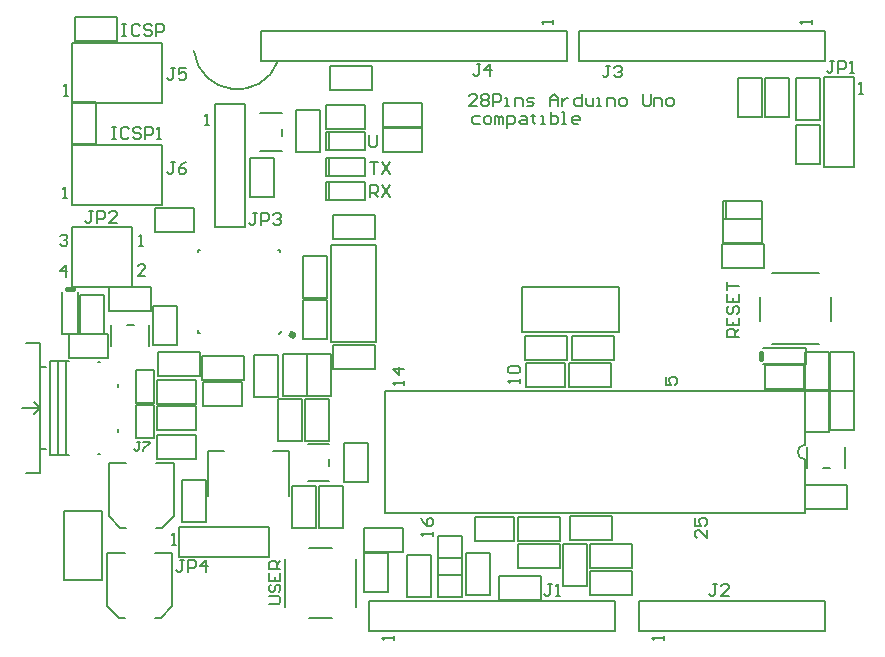
<source format=gto>
G04*
G04 #@! TF.GenerationSoftware,Altium Limited,Altium Designer,21.1.1 (26)*
G04*
G04 Layer_Color=65535*
%FSLAX44Y44*%
%MOMM*%
G71*
G04*
G04 #@! TF.SameCoordinates,48FF6AC7-413E-474C-8440-48B8FC10FC40*
G04*
G04*
G04 #@! TF.FilePolarity,Positive*
G04*
G01*
G75*
%ADD10C,0.2000*%
%ADD11C,0.5000*%
%ADD12C,0.4000*%
%ADD13C,0.1500*%
D10*
X115686Y503411D02*
G03*
X187075Y495092I36714J4589D01*
G01*
X633350Y170180D02*
G03*
X633350Y157480I0J-6350D01*
G01*
X5500Y113750D02*
X37500D01*
Y55750D02*
Y113750D01*
X5500Y55750D02*
X37500D01*
X5500D02*
Y113750D01*
X183410Y379490D02*
Y412510D01*
X163090D02*
X183410D01*
X163090Y379490D02*
Y412510D01*
Y379490D02*
X183410D01*
X275490Y438840D02*
Y459160D01*
X308510D01*
Y438840D02*
Y459160D01*
X275490Y438840D02*
X308510D01*
X275490Y417840D02*
X308510D01*
Y438160D01*
X275490D02*
X308510D01*
X275490Y417840D02*
Y438160D01*
X80840Y287510D02*
X101160D01*
Y254490D02*
Y287510D01*
X80840Y254490D02*
X101160D01*
X80840D02*
Y287510D01*
X82490Y370160D02*
X115510D01*
X82490Y349840D02*
Y370160D01*
Y349840D02*
X115510D01*
Y370160D01*
X84490Y204840D02*
Y225160D01*
X117510D01*
Y204840D02*
Y225160D01*
X84490Y204840D02*
X117510D01*
X84490Y182840D02*
X117510D01*
Y203160D01*
X84490D02*
X117510D01*
X84490Y182840D02*
Y203160D01*
Y157840D02*
Y178160D01*
X117510D01*
Y157840D02*
Y178160D01*
X84490Y157840D02*
X117510D01*
X228160Y259490D02*
Y292510D01*
X207840D02*
X228160D01*
X207840Y259490D02*
Y292510D01*
Y259490D02*
X228160D01*
X599186Y447802D02*
X619506D01*
X599186D02*
Y480822D01*
X619506D01*
Y447802D02*
Y480822D01*
X596900Y447650D02*
Y480670D01*
X576580D02*
X596900D01*
X576580Y447650D02*
Y480670D01*
Y447650D02*
X596900D01*
X625840Y407490D02*
X646160D01*
X625840D02*
Y440510D01*
X646160D01*
Y407490D02*
Y440510D01*
X353490Y109160D02*
X386510D01*
X353490Y88840D02*
Y109160D01*
Y88840D02*
X386510D01*
Y109160D01*
X599490Y216840D02*
Y237160D01*
X632510D01*
Y216840D02*
Y237160D01*
X599490Y216840D02*
X632510D01*
X227482Y457962D02*
X260502D01*
X227482Y437642D02*
Y457962D01*
Y437642D02*
X260502D01*
Y457962D01*
X430010Y218840D02*
Y239160D01*
X396990Y218840D02*
X430010D01*
X396990D02*
Y239160D01*
X430010D01*
X563524Y361442D02*
X596544D01*
X563524Y341122D02*
Y361442D01*
Y341122D02*
X596544D01*
Y361442D01*
X653840Y182740D02*
X674160D01*
X653840D02*
Y215760D01*
X674160D01*
Y182740D02*
Y215760D01*
X39370Y263500D02*
Y296520D01*
X19050D02*
X39370D01*
X19050Y263500D02*
Y296520D01*
Y263500D02*
X39370D01*
X653840Y248510D02*
X674160D01*
Y215490D02*
Y248510D01*
X653840Y215490D02*
X674160D01*
X653840D02*
Y248510D01*
X259840Y45490D02*
Y78510D01*
Y45490D02*
X280160D01*
Y78510D01*
X259840D02*
X280160D01*
X242840Y138490D02*
X263160D01*
X242840D02*
Y171510D01*
X263160D01*
Y138490D02*
Y171510D01*
X9754Y243078D02*
X42774D01*
Y263398D01*
X9754D02*
X42774D01*
X9754Y243078D02*
Y263398D01*
X633340Y248510D02*
X653660D01*
Y215490D02*
Y248510D01*
X633340Y215490D02*
X653660D01*
X633340D02*
Y248510D01*
X259490Y99160D02*
X292510D01*
X259490Y78840D02*
Y99160D01*
Y78840D02*
X292510D01*
Y99160D01*
X123490Y202840D02*
Y223160D01*
X156510D01*
Y202840D02*
Y223160D01*
X123490Y202840D02*
X156510D01*
X322580Y59944D02*
Y92964D01*
Y59944D02*
X342900D01*
Y92964D01*
X322580D02*
X342900D01*
X322580Y73914D02*
X342900D01*
Y40894D02*
Y73914D01*
X322580Y40894D02*
X342900D01*
X322580D02*
Y73914D01*
X87500Y23500D02*
X97500Y33500D01*
X82500Y23500D02*
X87500D01*
X42500Y33500D02*
X52500Y23500D01*
X57500D01*
X82500Y78500D02*
X97500D01*
X42500D02*
X57500D01*
X97500Y33500D02*
Y78500D01*
X42500Y33500D02*
Y51000D01*
Y78500D01*
X158700Y354560D02*
Y458700D01*
X133300Y354560D02*
Y458700D01*
X158700D01*
X133300Y354560D02*
X158700D01*
X103500Y100700D02*
X179700D01*
X103500Y75300D02*
X179700D01*
X103500D02*
Y100700D01*
X179700Y75300D02*
Y100700D01*
X649300Y405500D02*
X674700D01*
X649300Y481700D02*
X674700D01*
X649300Y405500D02*
Y481700D01*
X674700Y405500D02*
Y481700D01*
X12700Y303900D02*
Y354700D01*
X63500Y303900D02*
Y354700D01*
X12700Y303900D02*
X63500D01*
X12700Y354700D02*
X63500D01*
X12700Y373380D02*
Y424180D01*
X88900D01*
X12700Y373380D02*
X88900D01*
Y424180D01*
X12700Y459740D02*
Y510540D01*
X88900D01*
X12700Y459740D02*
X88900D01*
Y510540D01*
X172720Y520700D02*
X431800D01*
Y495300D02*
Y520700D01*
X172720Y495300D02*
X431800D01*
X172720D02*
Y520700D01*
X650240Y495300D02*
Y520700D01*
X441960D02*
X650240D01*
X441960Y495300D02*
X650240D01*
X441960D02*
Y520700D01*
X34370Y240000D02*
X36370D01*
X34370Y162000D02*
X36370D01*
X51620Y219000D02*
Y221500D01*
Y180500D02*
Y183000D01*
X-5880Y161000D02*
X10370D01*
X-5880D02*
Y241000D01*
X10370D01*
X370Y161000D02*
Y241000D01*
X7370Y161250D02*
Y241000D01*
X-14630Y236000D02*
X-9630D01*
X-14630Y166000D02*
X-9630D01*
X-14630Y146000D02*
Y256000D01*
X-26630Y146000D02*
X-14630D01*
X-26630Y256000D02*
X-14630D01*
X-19630Y206000D02*
X-14630Y201000D01*
X-19630Y206000D02*
X-14630Y201000D01*
X-19630Y196000D02*
X-14630Y201000D01*
X-19630Y196000D02*
X-14630Y201000D01*
X-29630D02*
X-14630D01*
X264160Y12700D02*
Y38100D01*
Y12700D02*
X472440D01*
X264160Y38100D02*
X472440D01*
Y12700D02*
Y38100D01*
X492760D02*
X650240D01*
X492760Y12700D02*
X650240D01*
X492760D02*
Y38100D01*
X650240Y12700D02*
Y38100D01*
X655000Y275000D02*
Y295000D01*
X595000Y275000D02*
Y295000D01*
X605000Y315000D02*
X645000D01*
X605000Y255000D02*
X645000D01*
X253000Y33000D02*
Y73000D01*
X193000Y33000D02*
Y73000D01*
X213000Y23000D02*
X233000D01*
X213000Y83000D02*
X233000D01*
X633350Y111830D02*
Y157480D01*
X632550Y111830D02*
X633350D01*
X277550D02*
X632550D01*
X633350Y170180D02*
Y215830D01*
X277550D02*
X633350D01*
X277550Y111830D02*
Y215830D01*
X189000Y333000D02*
Y335000D01*
X187000D02*
X189000D01*
X119000D02*
X121000D01*
X119000Y333000D02*
Y335000D01*
Y265000D02*
Y267000D01*
Y265000D02*
X121000D01*
X188000Y264000D02*
X189000Y265000D01*
X188000Y264000D02*
X190000Y266000D01*
X196000Y127000D02*
Y165000D01*
X183000D02*
X196000D01*
X128000D02*
X141000D01*
X128000Y127000D02*
Y165000D01*
X190000Y431500D02*
Y437500D01*
X172000Y418500D02*
X190000D01*
X172000Y450500D02*
X190000D01*
X45750Y253750D02*
Y271750D01*
X77750Y253750D02*
Y271750D01*
X58750D02*
X64750D01*
X667000Y150000D02*
Y168000D01*
X635000Y150000D02*
Y168000D01*
X648000Y150000D02*
X654000D01*
X229980Y151940D02*
Y157940D01*
X211980Y138940D02*
X229980D01*
X211980Y170940D02*
X229980D01*
X475250Y265250D02*
Y303250D01*
X393250Y265250D02*
X475250D01*
X393250D02*
Y303250D01*
X475250D01*
X232000Y257000D02*
X270000D01*
X232000D02*
Y339000D01*
X270000D01*
Y257000D02*
Y339000D01*
X66380Y205030D02*
Y232970D01*
Y205030D02*
X81620D01*
Y232970D01*
X66380D02*
X81620D01*
Y175530D02*
Y203470D01*
X66380D02*
X81620D01*
X66380Y175530D02*
Y203470D01*
Y175530D02*
X81620D01*
X120802Y228600D02*
Y248920D01*
X85242Y228600D02*
X120802D01*
X85242D02*
Y248920D01*
X120802D01*
X653660Y180470D02*
Y216030D01*
X633340D02*
X653660D01*
X633340Y180470D02*
Y216030D01*
Y180470D02*
X653660D01*
X221840Y99220D02*
Y134780D01*
Y99220D02*
X242160D01*
Y134780D01*
X221840D02*
X242160D01*
X598780Y320040D02*
Y340360D01*
X563220Y320040D02*
X598780D01*
X563220D02*
Y340360D01*
X598780D01*
X563500Y361442D02*
X566040D01*
X563500Y376682D02*
X566040D01*
X563500Y361442D02*
Y376682D01*
X566040Y361442D02*
Y376682D01*
Y361442D02*
X596520D01*
X566040Y376682D02*
X596520D01*
Y361442D02*
Y376682D01*
X260732Y419862D02*
Y435102D01*
X230252D02*
X260732D01*
X230252Y419862D02*
X260732D01*
X230252D02*
Y435102D01*
X227712Y419862D02*
Y435102D01*
X230252D01*
X227712Y419862D02*
X230252D01*
X227720Y397880D02*
X230260D01*
X227720Y413120D02*
X230260D01*
X227720Y397880D02*
Y413120D01*
X230260Y397880D02*
Y413120D01*
Y397880D02*
X260740D01*
X230260Y413120D02*
X260740D01*
Y397880D02*
Y413120D01*
X227720Y377630D02*
X230260D01*
X227720Y392870D02*
X230260D01*
X227720Y377630D02*
Y392870D01*
X230260Y377630D02*
Y392870D01*
Y377630D02*
X260740D01*
X230260Y392870D02*
X260740D01*
Y377630D02*
Y392870D01*
X3668Y263686D02*
Y299686D01*
X17668Y263686D02*
Y299686D01*
X3668Y263686D02*
X17668D01*
X597808Y238000D02*
X633808D01*
X597808Y252000D02*
X633808D01*
Y238000D02*
Y252000D01*
X207160Y173220D02*
Y208780D01*
X186840D02*
X207160D01*
X186840Y173220D02*
Y208780D01*
Y173220D02*
X207160D01*
X451220Y42840D02*
X486780D01*
Y63160D01*
X451220D02*
X486780D01*
X451220Y42840D02*
Y63160D01*
X448160Y50220D02*
Y85780D01*
X427840D02*
X448160D01*
X427840Y50220D02*
Y85780D01*
Y50220D02*
X448160D01*
X88500Y99500D02*
X98500Y109500D01*
X83500Y99500D02*
X88500D01*
X43500Y109500D02*
X53500Y99500D01*
X58500D01*
X83500Y154500D02*
X98500D01*
X43500D02*
X58500D01*
X98500Y109500D02*
Y154500D01*
X43500Y109500D02*
Y127000D01*
Y154500D01*
X211090Y246530D02*
X231410D01*
Y210970D02*
Y246530D01*
X211090Y210970D02*
X231410D01*
X211090D02*
Y246530D01*
X190840Y211220D02*
X211160D01*
X190840D02*
Y246780D01*
X211160D01*
Y211220D02*
Y246780D01*
X208090Y329530D02*
X228410D01*
Y293970D02*
Y329530D01*
X208090Y293970D02*
X228410D01*
X208090D02*
Y329530D01*
X166590Y210720D02*
X186910D01*
X166590D02*
Y246280D01*
X186910D01*
Y210720D02*
Y246280D01*
X158280Y224840D02*
Y245160D01*
X122720Y224840D02*
X158280D01*
X122720D02*
Y245160D01*
X158280D01*
X12840Y460030D02*
X33160D01*
Y424470D02*
Y460030D01*
X12840Y424470D02*
X33160D01*
X12840D02*
Y460030D01*
X233220Y343840D02*
Y364160D01*
X268780D01*
Y343840D02*
Y364160D01*
X233220Y343840D02*
X268780D01*
X233720Y233840D02*
Y254160D01*
X269280D01*
Y233840D02*
Y254160D01*
X233720Y233840D02*
X269280D01*
X625840Y445220D02*
X646160D01*
X625840D02*
Y480780D01*
X646160D01*
Y445220D02*
Y480780D01*
X105840Y139780D02*
X126160D01*
Y104220D02*
Y139780D01*
X105840Y104220D02*
X126160D01*
X105840D02*
Y139780D01*
X198840Y135280D02*
X219160D01*
Y99720D02*
Y135280D01*
X198840Y99720D02*
X219160D01*
X198840D02*
Y135280D01*
X409280Y38840D02*
Y59160D01*
X373720Y38840D02*
X409280D01*
X373720D02*
Y59160D01*
X409280D01*
X295840Y76780D02*
X316160D01*
Y41220D02*
Y76780D01*
X295840Y41220D02*
X316160D01*
X295840D02*
Y76780D01*
X346456Y77978D02*
X366776D01*
Y42418D02*
Y77978D01*
X346456Y42418D02*
X366776D01*
X346456D02*
Y77978D01*
X50780Y511840D02*
Y532160D01*
X15220Y511840D02*
X50780D01*
X15220D02*
Y532160D01*
X50780D01*
X451220Y65840D02*
Y86160D01*
X486780D01*
Y65840D02*
Y86160D01*
X451220Y65840D02*
X486780D01*
X433220Y218840D02*
Y239160D01*
X468780D01*
Y218840D02*
Y239160D01*
X433220Y218840D02*
X468780D01*
X266700Y470408D02*
Y490728D01*
X231140Y470408D02*
X266700D01*
X231140D02*
Y490728D01*
X266700D01*
X390220Y65840D02*
Y86160D01*
X425780D01*
Y65840D02*
Y86160D01*
X390220Y65840D02*
X425780D01*
X389720Y88840D02*
Y109160D01*
X425280D01*
Y88840D02*
Y109160D01*
X389720Y88840D02*
X425280D01*
X470052Y89154D02*
Y109474D01*
X434492Y89154D02*
X470052D01*
X434492D02*
Y109474D01*
X470052D01*
X395970Y241840D02*
Y262160D01*
X431530D01*
Y241840D02*
Y262160D01*
X395970Y241840D02*
X431530D01*
X222660Y418220D02*
Y453780D01*
X202340D02*
X222660D01*
X202340Y418220D02*
Y453780D01*
Y418220D02*
X222660D01*
X471280Y241840D02*
Y262160D01*
X435720Y241840D02*
X471280D01*
X435720D02*
Y262160D01*
X471280D01*
X633220Y136160D02*
X668780D01*
X633220Y115840D02*
Y136160D01*
Y115840D02*
X668780D01*
Y136160D01*
X209804Y208686D02*
X230124D01*
Y173126D02*
Y208686D01*
X209804Y173126D02*
X230124D01*
X209804D02*
Y208686D01*
X79146Y283464D02*
Y303784D01*
X43586Y283464D02*
X79146D01*
X43586D02*
Y303784D01*
X79146D01*
X357664Y447997D02*
X352666D01*
X351000Y446331D01*
Y442998D01*
X352666Y441332D01*
X357664D01*
X362663D02*
X365995D01*
X367661Y442998D01*
Y446331D01*
X365995Y447997D01*
X362663D01*
X360997Y446331D01*
Y442998D01*
X362663Y441332D01*
X370993D02*
Y447997D01*
X372660D01*
X374326Y446331D01*
Y441332D01*
Y446331D01*
X375992Y447997D01*
X377658Y446331D01*
Y441332D01*
X380990Y438000D02*
Y447997D01*
X385989D01*
X387655Y446331D01*
Y442998D01*
X385989Y441332D01*
X380990D01*
X392653Y447997D02*
X395985D01*
X397652Y446331D01*
Y441332D01*
X392653D01*
X390987Y442998D01*
X392653Y444664D01*
X397652D01*
X402650Y449663D02*
Y447997D01*
X400984D01*
X404316D01*
X402650D01*
Y442998D01*
X404316Y441332D01*
X409314D02*
X412647D01*
X410981D01*
Y447997D01*
X409314D01*
X417645Y451329D02*
Y441332D01*
X422644D01*
X424310Y442998D01*
Y444664D01*
Y446331D01*
X422644Y447997D01*
X417645D01*
X427642Y441332D02*
X430974D01*
X429308D01*
Y451329D01*
X427642D01*
X440971Y441332D02*
X437639D01*
X435973Y442998D01*
Y446331D01*
X437639Y447997D01*
X440971D01*
X442637Y446331D01*
Y444664D01*
X435973D01*
X355664Y457000D02*
X349000D01*
X355664Y463665D01*
Y465331D01*
X353998Y466997D01*
X350666D01*
X349000Y465331D01*
X358997D02*
X360663Y466997D01*
X363995D01*
X365661Y465331D01*
Y463665D01*
X363995Y461998D01*
X365661Y460332D01*
Y458666D01*
X363995Y457000D01*
X360663D01*
X358997Y458666D01*
Y460332D01*
X360663Y461998D01*
X358997Y463665D01*
Y465331D01*
X360663Y461998D02*
X363995D01*
X368993Y457000D02*
Y466997D01*
X373992D01*
X375658Y465331D01*
Y461998D01*
X373992Y460332D01*
X368993D01*
X378990Y457000D02*
X382323D01*
X380657D01*
Y463665D01*
X378990D01*
X387321Y457000D02*
Y463665D01*
X392319D01*
X393985Y461998D01*
Y457000D01*
X397318D02*
X402316D01*
X403982Y458666D01*
X402316Y460332D01*
X398984D01*
X397318Y461998D01*
X398984Y463665D01*
X403982D01*
X417311Y457000D02*
Y463665D01*
X420644Y466997D01*
X423976Y463665D01*
Y457000D01*
Y461998D01*
X417311D01*
X427308Y463665D02*
Y457000D01*
Y460332D01*
X428974Y461998D01*
X430640Y463665D01*
X432307D01*
X443969Y466997D02*
Y457000D01*
X438971D01*
X437305Y458666D01*
Y461998D01*
X438971Y463665D01*
X443969D01*
X447302D02*
Y458666D01*
X448968Y457000D01*
X453966D01*
Y463665D01*
X457298Y457000D02*
X460631D01*
X458965D01*
Y463665D01*
X457298D01*
X465629Y457000D02*
Y463665D01*
X470628D01*
X472294Y461998D01*
Y457000D01*
X477292D02*
X480624D01*
X482290Y458666D01*
Y461998D01*
X480624Y463665D01*
X477292D01*
X475626Y461998D01*
Y458666D01*
X477292Y457000D01*
X495619Y466997D02*
Y458666D01*
X497285Y457000D01*
X500618D01*
X502284Y458666D01*
Y466997D01*
X505616Y457000D02*
Y463665D01*
X510615D01*
X512281Y461998D01*
Y457000D01*
X517279D02*
X520611D01*
X522277Y458666D01*
Y461998D01*
X520611Y463665D01*
X517279D01*
X515613Y461998D01*
Y458666D01*
X517279Y457000D01*
X264000Y431997D02*
Y423666D01*
X265666Y422000D01*
X268998D01*
X270665Y423666D01*
Y431997D01*
X265000Y408997D02*
X271665D01*
X268332D01*
Y399000D01*
X274997Y408997D02*
X281661Y399000D01*
Y408997D02*
X274997Y399000D01*
X265000Y380000D02*
Y389997D01*
X269998D01*
X271665Y388331D01*
Y384998D01*
X269998Y383332D01*
X265000D01*
X268332D02*
X271665Y380000D01*
X274997Y389997D02*
X281661Y380000D01*
Y389997D02*
X274997Y380000D01*
X550000Y97664D02*
Y91000D01*
X543335Y97664D01*
X541669D01*
X540003Y95998D01*
Y92666D01*
X541669Y91000D01*
X540003Y107661D02*
Y100997D01*
X545002D01*
X543335Y104329D01*
Y105995D01*
X545002Y107661D01*
X548334D01*
X550000Y105995D01*
Y102663D01*
X548334Y100997D01*
X318000Y93000D02*
Y96332D01*
Y94666D01*
X308003D01*
X309669Y93000D01*
X308003Y107995D02*
X309669Y104663D01*
X313002Y101331D01*
X316334D01*
X318000Y102997D01*
Y106329D01*
X316334Y107995D01*
X314668D01*
X313002Y106329D01*
Y101331D01*
X392000Y222000D02*
Y225332D01*
Y223666D01*
X382003D01*
X383669Y222000D01*
Y230331D02*
X382003Y231997D01*
Y235329D01*
X383669Y236995D01*
X390334D01*
X392000Y235329D01*
Y231997D01*
X390334Y230331D01*
X383669D01*
X294000Y221000D02*
Y224332D01*
Y222666D01*
X284003D01*
X285669Y221000D01*
X294000Y234329D02*
X284003D01*
X289002Y229331D01*
Y235995D01*
X515003Y227665D02*
Y221000D01*
X520002D01*
X518335Y224332D01*
Y225998D01*
X520002Y227665D01*
X523334D01*
X525000Y225998D01*
Y222666D01*
X523334Y221000D01*
X6998Y312000D02*
Y321997D01*
X2000Y316998D01*
X8665D01*
X2000Y346331D02*
X3666Y347997D01*
X6998D01*
X8665Y346331D01*
Y344664D01*
X6998Y342998D01*
X5332D01*
X6998D01*
X8665Y341332D01*
Y339666D01*
X6998Y338000D01*
X3666D01*
X2000Y339666D01*
X74665Y313000D02*
X68000D01*
X74665Y319664D01*
Y321331D01*
X72998Y322997D01*
X69666D01*
X68000Y321331D01*
X69000Y338000D02*
X72332D01*
X70666D01*
Y347997D01*
X69000Y346331D01*
X46000Y438997D02*
X49332D01*
X47666D01*
Y429000D01*
X46000D01*
X49332D01*
X60995Y437331D02*
X59329Y438997D01*
X55997D01*
X54331Y437331D01*
Y430666D01*
X55997Y429000D01*
X59329D01*
X60995Y430666D01*
X70992Y437331D02*
X69326Y438997D01*
X65993D01*
X64327Y437331D01*
Y435664D01*
X65993Y433998D01*
X69326D01*
X70992Y432332D01*
Y430666D01*
X69326Y429000D01*
X65993D01*
X64327Y430666D01*
X74324Y429000D02*
Y438997D01*
X79323D01*
X80989Y437331D01*
Y433998D01*
X79323Y432332D01*
X74324D01*
X84321Y429000D02*
X87653D01*
X85987D01*
Y438997D01*
X84321Y437331D01*
X55000Y525997D02*
X58332D01*
X56666D01*
Y516000D01*
X55000D01*
X58332D01*
X69995Y524331D02*
X68329Y525997D01*
X64997D01*
X63331Y524331D01*
Y517666D01*
X64997Y516000D01*
X68329D01*
X69995Y517666D01*
X79992Y524331D02*
X78326Y525997D01*
X74994D01*
X73327Y524331D01*
Y522664D01*
X74994Y520998D01*
X78326D01*
X79992Y519332D01*
Y517666D01*
X78326Y516000D01*
X74994D01*
X73327Y517666D01*
X83324Y516000D02*
Y525997D01*
X88323D01*
X89989Y524331D01*
Y520998D01*
X88323Y519332D01*
X83324D01*
X179003Y35000D02*
X187334D01*
X189000Y36666D01*
Y39998D01*
X187334Y41665D01*
X179003D01*
X180669Y51661D02*
X179003Y49995D01*
Y46663D01*
X180669Y44997D01*
X182335D01*
X184002Y46663D01*
Y49995D01*
X185668Y51661D01*
X187334D01*
X189000Y49995D01*
Y46663D01*
X187334Y44997D01*
X179003Y61658D02*
Y54994D01*
X189000D01*
Y61658D01*
X184002Y54994D02*
Y58326D01*
X189000Y64990D02*
X179003D01*
Y69989D01*
X180669Y71655D01*
X184002D01*
X185668Y69989D01*
Y64990D01*
Y68323D02*
X189000Y71655D01*
X577000Y261000D02*
X567003D01*
Y265998D01*
X568669Y267665D01*
X572002D01*
X573668Y265998D01*
Y261000D01*
Y264332D02*
X577000Y267665D01*
X567003Y277661D02*
Y270997D01*
X577000D01*
Y277661D01*
X572002Y270997D02*
Y274329D01*
X568669Y287658D02*
X567003Y285992D01*
Y282660D01*
X568669Y280993D01*
X570336D01*
X572002Y282660D01*
Y285992D01*
X573668Y287658D01*
X575334D01*
X577000Y285992D01*
Y282660D01*
X575334Y280993D01*
X567003Y297655D02*
Y290990D01*
X577000D01*
Y297655D01*
X572002Y290990D02*
Y294323D01*
X567003Y300987D02*
Y307652D01*
Y304319D01*
X577000D01*
X125140Y440380D02*
X128472D01*
X126806D01*
Y450377D01*
X125140Y448711D01*
X97000Y85000D02*
X100332D01*
X98666D01*
Y94997D01*
X97000Y93331D01*
X678500Y467250D02*
X681832D01*
X680166D01*
Y477247D01*
X678500Y475581D01*
X4500Y378500D02*
X7832D01*
X6166D01*
Y388497D01*
X4500Y386831D01*
X5750Y465500D02*
X9082D01*
X7416D01*
Y475497D01*
X5750Y473831D01*
X420000Y526000D02*
Y529332D01*
Y527666D01*
X410003D01*
X411669Y526000D01*
X639000D02*
Y529332D01*
Y527666D01*
X629003D01*
X630669Y526000D01*
X285020Y4540D02*
Y7872D01*
Y6206D01*
X275023D01*
X276689Y4540D01*
X513620D02*
Y7872D01*
Y6206D01*
X503623D01*
X505289Y4540D01*
X107336Y71998D02*
X104003D01*
X105669D01*
Y63668D01*
X104003Y62002D01*
X102337D01*
X100671Y63668D01*
X110668Y62002D02*
Y71998D01*
X115666D01*
X117332Y70332D01*
Y67000D01*
X115666Y65334D01*
X110668D01*
X125663Y62002D02*
Y71998D01*
X120665Y67000D01*
X127329D01*
X169335Y365998D02*
X166003D01*
X167669D01*
Y357668D01*
X166003Y356002D01*
X164337D01*
X162671Y357668D01*
X172668Y356002D02*
Y365998D01*
X177666D01*
X179332Y364332D01*
Y361000D01*
X177666Y359334D01*
X172668D01*
X182665Y364332D02*
X184331Y365998D01*
X187663D01*
X189329Y364332D01*
Y362666D01*
X187663Y361000D01*
X185997D01*
X187663D01*
X189329Y359334D01*
Y357668D01*
X187663Y356002D01*
X184331D01*
X182665Y357668D01*
X30336Y367998D02*
X27003D01*
X28669D01*
Y359668D01*
X27003Y358002D01*
X25337D01*
X23671Y359668D01*
X33668Y358002D02*
Y367998D01*
X38666D01*
X40332Y366332D01*
Y363000D01*
X38666Y361334D01*
X33668D01*
X50329Y358002D02*
X43664D01*
X50329Y364666D01*
Y366332D01*
X48663Y367998D01*
X45331D01*
X43664Y366332D01*
X658002Y494998D02*
X654669D01*
X656336D01*
Y486668D01*
X654669Y485002D01*
X653003D01*
X651337Y486668D01*
X661334Y485002D02*
Y494998D01*
X666332D01*
X667998Y493332D01*
Y490000D01*
X666332Y488334D01*
X661334D01*
X671331Y485002D02*
X674663D01*
X672997D01*
Y494998D01*
X671331Y493332D01*
X99334Y408998D02*
X96002D01*
X97668D01*
Y400668D01*
X96002Y399002D01*
X94335D01*
X92669Y400668D01*
X109331Y408998D02*
X105998Y407332D01*
X102666Y404000D01*
Y400668D01*
X104332Y399002D01*
X107664D01*
X109331Y400668D01*
Y402334D01*
X107664Y404000D01*
X102666D01*
X99334Y488998D02*
X96002D01*
X97668D01*
Y480668D01*
X96002Y479002D01*
X94335D01*
X92669Y480668D01*
X109331Y488998D02*
X102666D01*
Y484000D01*
X105998Y485666D01*
X107664D01*
X109331Y484000D01*
Y480668D01*
X107664Y479002D01*
X104332D01*
X102666Y480668D01*
X358334Y491998D02*
X355002D01*
X356668D01*
Y483668D01*
X355002Y482002D01*
X353335D01*
X351669Y483668D01*
X366665Y482002D02*
Y491998D01*
X361666Y487000D01*
X368331D01*
X468334Y490998D02*
X465002D01*
X466668D01*
Y482668D01*
X465002Y481002D01*
X463335D01*
X461669Y482668D01*
X471666Y489332D02*
X473332Y490998D01*
X476665D01*
X478331Y489332D01*
Y487666D01*
X476665Y486000D01*
X474998D01*
X476665D01*
X478331Y484334D01*
Y482668D01*
X476665Y481002D01*
X473332D01*
X471666Y482668D01*
X558334Y51998D02*
X555002D01*
X556668D01*
Y43668D01*
X555002Y42002D01*
X553335D01*
X551669Y43668D01*
X568331Y42002D02*
X561666D01*
X568331Y48666D01*
Y50332D01*
X566665Y51998D01*
X563332D01*
X561666Y50332D01*
X419000Y51998D02*
X415668D01*
X417334D01*
Y43668D01*
X415668Y42002D01*
X414002D01*
X412336Y43668D01*
X422332Y42002D02*
X425664D01*
X423998D01*
Y51998D01*
X422332Y50332D01*
D11*
X200000Y263000D02*
G03*
X200000Y263000I-1000J0D01*
G01*
D12*
X8668Y301686D02*
X13668D01*
X595808Y243000D02*
Y248000D01*
D13*
X70295Y172655D02*
X67629D01*
X68962D01*
Y165990D01*
X67629Y164657D01*
X66296D01*
X64963Y165990D01*
X72961Y172655D02*
X78292D01*
Y171322D01*
X72961Y165990D01*
Y164657D01*
M02*

</source>
